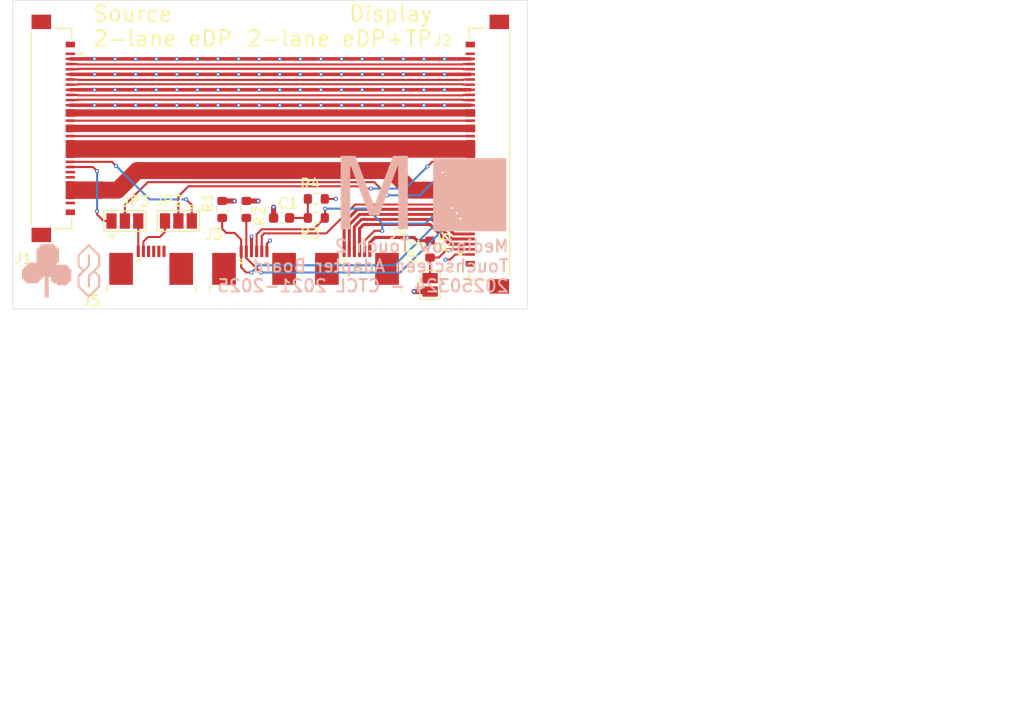
<source format=kicad_pcb>
(kicad_pcb (version 20240108) (generator "pcbnew") (generator_version "8.0")
  (layers (0 "F.Cu" signal) (1 "In1.Cu" signal) (2 "In2.Cu" signal) (31 "B.Cu" signal) (34 "B.Paste" user) (35 "F.Paste" user) (36 "B.SilkS" user "B.Silkscreen") (37 "F.SilkS" user "F.Silkscreen") (38 "B.Mask" user) (39 "F.Mask" user) (44 "Edge.Cuts" user))
  (net 0 "")
  (net 1 "TP_VSS")
  (net 2 "Net-(C1-Pad1)")
  (net 3 "GND")
  (net 4 "BL_GND")
  (net 5 "HS_GND")
  (net 6 "LCD_GND")
  (net 8 "LCD_VCC")
  (net 9 "EDP_TX1_N")
  (net 10 "BL_PWR")
  (net 11 "EDP_TX1_P")
  (net 12 "LCD_BIST")
  (net 13 "BL_PWM_MU")
  (net 14 "EDP_AUX_N")
  (net 15 "EDP_HPD")
  (net 16 "EDP_TX0_P")
  (net 17 "EDP_TX0_N")
  (net 18 "BL_EN_MU")
  (net 19 "EDP_AUX_P")
  (net 20 "BL_PWM")
  (net 21 "TP_RS")
  (net 22 "TP_I2C_SDA")
  (net 23 "TP_VCC")
  (net 24 "TP_INT")
  (net 25 "BL_EN")
  (net 26 "TP_USB_N")
  (net 27 "TP_I2C_SCL")
  (net 28 "TP_USB_P")
  (net 29 "TP_RST")
  (net 31 "BL_EN_EXT")
  (net 34 "BL_PWM_EXT")
  (footprint "Resistor_SMD:R_0603_1608Metric" (layer "F.Cu") (at 120.65 120.375 -90)
    (property "Reference" "R1" (at -0.675 1.4 90) (layer "F.SilkS"))
    (property "Value" "2.2K")
    (fp_line (start -0.237258 0.5225) (end 0.237258 0.5225) (stroke (width 0.12)) (layer "F.SilkS"))
    (fp_line (start -0.237258 -0.5225) (end 0.237258 -0.5225) (stroke (width 0.12)) (layer "F.SilkS"))
    (pad "1" smd roundrect (at -0.825 0 270) (size 0.8 0.95) (layers "F.Cu" "F.Paste" "F.Mask") (net 23 "TP_VCC"))
    (pad "2" smd roundrect (at 0.825 0 270) (size 0.8 0.95) (layers "F.Cu" "F.Paste" "F.Mask") (net 27 "TP_I2C_SCL"))
  )
  (footprint "Resistor_SMD:R_0603_1608Metric" (layer "F.Cu") (at 123 120.375 -90)
    (property "Reference" "R2" (at 0.675 -1.35 90) (layer "F.SilkS"))
    (property "Value" "2.2K")
    (fp_line (start -0.237258 0.5225) (end 0.237258 0.5225) (stroke (width 0.12)) (layer "F.SilkS"))
    (fp_line (start -0.237258 -0.5225) (end 0.237258 -0.5225) (stroke (width 0.12)) (layer "F.SilkS"))
    (pad "1" smd roundrect (at -0.825 0 270) (size 0.8 0.95) (layers "F.Cu" "F.Paste" "F.Mask") (net 23 "TP_VCC"))
    (pad "2" smd roundrect (at 0.825 0 270) (size 0.8 0.95) (layers "F.Cu" "F.Paste" "F.Mask") (net 22 "TP_I2C_SDA"))
  )
  (footprint "Resistor_SMD:R_0603_1608Metric" (layer "F.Cu") (at 129.8 121.2 180)
    (property "Reference" "R3" (at 0.6 -1.5 0) (layer "F.SilkS"))
    (property "Value" "1K")
    (fp_line (start -0.237258 0.5225) (end 0.237258 0.5225) (stroke (width 0.12)) (layer "F.SilkS"))
    (fp_line (start -0.237258 -0.5225) (end 0.237258 -0.5225) (stroke (width 0.12)) (layer "F.SilkS"))
    (pad "1" smd roundrect (at -0.825 0 180) (size 0.8 0.95) (layers "F.Cu" "F.Paste" "F.Mask") (net 29 "TP_RST"))
    (pad "2" smd roundrect (at 0.825 0 180) (size 0.8 0.95) (layers "F.Cu" "F.Paste" "F.Mask") (net 2 "Net-(C1-Pad1)"))
  )
  (footprint "Jumper:SolderJumper-3_P1.3mm_Open_Pad1.0x1.5mm" (layer "F.Cu") (at 111.2 121.5)
    (property "Reference" "JP3" (at 1.05 -1.9 0) (layer "F.SilkS"))
    (property "Value" "Jumper_3_Open" (hide yes))
    (fp_line (start -2.05 -1) (end 2.05 -1) (stroke (width 0.12)) (layer "F.SilkS"))
    (fp_line (start -2.05 1) (end -2.05 -1) (stroke (width 0.12)) (layer "F.SilkS"))
    (fp_line (start -1.6 1.5) (end -1 1.5) (stroke (width 0.12)) (layer "F.SilkS"))
    (fp_line (start -1.3 1.2) (end -1.6 1.5) (stroke (width 0.12)) (layer "F.SilkS"))
    (fp_line (start -1.3 1.2) (end -1 1.5) (stroke (width 0.12)) (layer "F.SilkS"))
    (fp_line (start 2.05 -1) (end 2.05 1) (stroke (width 0.12)) (layer "F.SilkS"))
    (fp_line (start 2.05 1) (end -2.05 1) (stroke (width 0.12)) (layer "F.SilkS"))
    (pad "1" smd rect (at -1.3 0) (size 1 1.5) (layers "F.Cu" "F.Mask") (net 13 "BL_PWM_MU"))
    (pad "2" smd rect (at 0 0) (size 1 1.5) (layers "F.Cu" "F.Mask") (net 20 "BL_PWM"))
    (pad "3" smd rect (at 1.3 0) (size 1 1.5) (layers "F.Cu" "F.Mask") (net 34 "BL_PWM_EXT"))
  )
  (footprint "MediaCow:IPEX_20455-030E-76" (layer "F.Cu") (at 103.98 112.5 -90)
    (property "Reference" "J1" (at 12.65 2.63 0) (layer "F.SilkS"))
    (property "Value" "20455-030E-76")
    (fp_line (start -9.3 1.9) (end 9.3 1.9) (stroke (width 0.127)) (layer "F.SilkS"))
    (fp_line (start -9.735 -2.05) (end -9.735 -0.37) (stroke (width 0.127)) (layer "F.SilkS"))
    (fp_line (start -9.735 -2.05) (end -8.75 -2.05) (stroke (width 0.127)) (layer "F.SilkS"))
    (fp_line (start 8.75 -2.05) (end 9.735 -2.05) (stroke (width 0.127)) (layer "F.SilkS"))
    (fp_line (start 9.735 -2.05) (end 9.735 -0.37) (stroke (width 0.127)) (layer "F.SilkS"))
    (fp_circle (center -7.25 -2.9) (end -7.15 -2.9) (stroke (width 0.2)) (fill none) (layer "F.SilkS"))
    (pad "1" smd rect (at -7.25 -1.92 270) (size 0.25 0.9) (layers "F.Cu" "F.Paste" "F.Mask"))
    (pad "2" smd rect (at -6.75 -1.92 270) (size 0.25 0.9) (layers "F.Cu" "F.Paste" "F.Mask") (net 5 "HS_GND"))
    (pad "3" smd rect (at -6.25 -1.92 270) (size 0.25 0.9) (layers "F.Cu" "F.Paste" "F.Mask") (net 9 "EDP_TX1_N"))
    (pad "4" smd rect (at -5.75 -1.92 270) (size 0.25 0.9) (layers "F.Cu" "F.Paste" "F.Mask") (net 11 "EDP_TX1_P"))
    (pad "5" smd rect (at -5.25 -1.92 270) (size 0.25 0.9) (layers "F.Cu" "F.Paste" "F.Mask") (net 5 "HS_GND"))
    (pad "6" smd rect (at -4.75 -1.92 270) (size 0.25 0.9) (layers "F.Cu" "F.Paste" "F.Mask") (net 17 "EDP_TX0_N"))
    (pad "7" smd rect (at -4.25 -1.92 270) (size 0.25 0.9) (layers "F.Cu" "F.Paste" "F.Mask") (net 16 "EDP_TX0_P"))
    (pad "8" smd rect (at -3.75 -1.92 270) (size 0.25 0.9) (layers "F.Cu" "F.Paste" "F.Mask") (net 5 "HS_GND"))
    (pad "9" smd rect (at -3.25 -1.92 270) (size 0.25 0.9) (layers "F.Cu" "F.Paste" "F.Mask") (net 19 "EDP_AUX_P"))
    (pad "10" smd rect (at -2.75 -1.92 270) (size 0.25 0.9) (layers "F.Cu" "F.Paste" "F.Mask") (net 14 "EDP_AUX_N"))
    (pad "11" smd rect (at -2.25 -1.92 270) (size 0.25 0.9) (layers "F.Cu" "F.Paste" "F.Mask") (net 5 "HS_GND"))
    (pad "12" smd rect (at -1.75 -1.92 270) (size 0.25 0.9) (layers "F.Cu" "F.Paste" "F.Mask") (net 8 "LCD_VCC"))
    (pad "13" smd rect (at -1.25 -1.92 270) (size 0.25 0.9) (layers "F.Cu" "F.Paste" "F.Mask") (net 8 "LCD_VCC"))
    (pad "14" smd rect (at -0.75 -1.92 270) (size 0.25 0.9) (layers "F.Cu" "F.Paste" "F.Mask") (net 12 "LCD_BIST"))
    (pad "15" smd rect (at -0.25 -1.92 270) (size 0.25 0.9) (layers "F.Cu" "F.Paste" "F.Mask") (net 6 "LCD_GND"))
    (pad "16" smd rect (at 0.25 -1.92 270) (size 0.25 0.9) (layers "F.Cu" "F.Paste" "F.Mask") (net 6 "LCD_GND"))
    (pad "17" smd rect (at 0.75 -1.92 270) (size 0.25 0.9) (layers "F.Cu" "F.Paste" "F.Mask") (net 15 "EDP_HPD"))
    (pad "18" smd rect (at 1.25 -1.92 270) (size 0.25 0.9) (layers "F.Cu" "F.Paste" "F.Mask") (net 4 "BL_GND"))
    (pad "19" smd rect (at 1.75 -1.92 270) (size 0.25 0.9) (layers "F.Cu" "F.Paste" "F.Mask") (net 4 "BL_GND"))
    (pad "20" smd rect (at 2.25 -1.92 270) (size 0.25 0.9) (layers "F.Cu" "F.Paste" "F.Mask") (net 4 "BL_GND"))
    (pad "21" smd rect (at 2.75 -1.92 270) (size 0.25 0.9) (layers "F.Cu" "F.Paste" "F.Mask") (net 4 "BL_GND"))
    (pad "22" smd rect (at 3.25 -1.92 270) (size 0.25 0.9) (layers "F.Cu" "F.Paste" "F.Mask") (net 18 "BL_EN_MU"))
    (pad "23" smd rect (at 3.75 -1.92 270) (size 0.25 0.9) (layers "F.Cu" "F.Paste" "F.Mask") (net 13 "BL_PWM_MU"))
    (pad "24" smd rect (at 4.25 -1.92 270) (size 0.25 0.9) (layers "F.Cu" "F.Paste" "F.Mask"))
    (pad "25" smd rect (at 4.75 -1.92 270) (size 0.25 0.9) (layers "F.Cu" "F.Paste" "F.Mask"))
    (pad "26" smd rect (at 5.25 -1.92 270) (size 0.25 0.9) (layers "F.Cu" "F.Paste" "F.Mask") (net 10 "BL_PWR"))
    (pad "27" smd rect (at 5.75 -1.92 270) (size 0.25 0.9) (layers "F.Cu" "F.Paste" "F.Mask") (net 10 "BL_PWR"))
    (pad "28" smd rect (at 6.25 -1.92 270) (size 0.25 0.9) (layers "F.Cu" "F.Paste" "F.Mask") (net 10 "BL_PWR"))
    (pad "29" smd rect (at 6.75 -1.92 270) (size 0.25 0.9) (layers "F.Cu" "F.Paste" "F.Mask") (net 10 "BL_PWR"))
    (pad "30" smd rect (at 7.25 -1.92 270) (size 0.25 0.9) (layers "F.Cu" "F.Paste" "F.Mask"))
    (pad "S1" smd rect (at -8.15 -1.92 270) (size 0.55 0.9) (layers "F.Cu" "F.Paste" "F.Mask") (net 3 "GND"))
    (pad "S2" smd rect (at -10.35 0.9 270) (size 1.4 1.9) (layers "F.Cu" "F.Paste" "F.Mask") (net 3 "GND"))
    (pad "S3" smd rect (at 8.15 -1.92 270) (size 0.55 0.9) (layers "F.Cu" "F.Paste" "F.Mask") (net 3 "GND"))
    (pad "S4" smd rect (at 10.35 0.9 270) (size 1.4 1.9) (layers "F.Cu" "F.Paste" "F.Mask") (net 3 "GND"))
  )
  (footprint "Jumper:SolderJumper-2_P1.3mm_Open_Pad1.0x1.5mm" (layer "F.Cu") (at 140.85 127.7 -90)
    (property "Reference" "JP1" (at -3.15 1.6 90) (layer "F.SilkS"))
    (property "Value" "Jumper_2_Open")
    (fp_line (start -1.4 1) (end -1.4 -1) (stroke (width 0.12)) (layer "F.SilkS"))
    (fp_line (start 1.4 1) (end -1.4 1) (stroke (width 0.12)) (layer "F.SilkS"))
    (fp_line (start -1.4 -1) (end 1.4 -1) (stroke (width 0.12)) (layer "F.SilkS"))
    (fp_line (start 1.4 -1) (end 1.4 1) (stroke (width 0.12)) (layer "F.SilkS"))
    (pad "1" smd rect (at -0.65 0 270) (size 1 1.5) (layers "F.Cu" "F.Mask") (net 21 "TP_RS"))
    (pad "2" smd rect (at 0.65 0 270) (size 1 1.5) (layers "F.Cu" "F.Mask") (net 1 "TP_VSS"))
  )
  (footprint "MediaCow:IPEX_20455-040E-76" (layer "F.Cu") (at 146.68 115 90)
    (property "Reference" "J2" (at 11.05 -4.58 0) (layer "F.SilkS"))
    (property "Value" "20455-040E-76" (hide yes))
    (fp_line (start 12.235 -2.05) (end 12.235 -0.37) (stroke (width 0.127)) (layer "F.SilkS"))
    (fp_line (start 11.25 -2.05) (end 12.235 -2.05) (stroke (width 0.127)) (layer "F.SilkS"))
    (fp_line (start -12.235 -2.05) (end -11.25 -2.05) (stroke (width 0.127)) (layer "F.SilkS"))
    (fp_line (start -12.235 -2.05) (end -12.235 -0.37) (stroke (width 0.127)) (layer "F.SilkS"))
    (fp_line (start -11.8 1.9) (end 11.8 1.9) (stroke (width 0.127)) (layer "F.SilkS"))
    (fp_circle (center -9.75 -2.9) (end -9.65 -2.9) (stroke (width 0.2)) (fill none) (layer "F.SilkS"))
    (pad "1" smd rect (at -9.75 -1.92 90) (size 0.25 0.9) (layers "F.Cu" "F.Paste" "F.Mask") (net 23 "TP_VCC"))
    (pad "2" smd rect (at -9.25 -1.92 90) (size 0.25 0.9) (layers "F.Cu" "F.Paste" "F.Mask") (net 21 "TP_RS"))
    (pad "3" smd rect (at -8.75 -1.92 90) (size 0.25 0.9) (layers "F.Cu" "F.Paste" "F.Mask") (net 1 "TP_VSS"))
    (pad "4" smd rect (at -8.25 -1.92 90) (size 0.25 0.9) (layers "F.Cu" "F.Paste" "F.Mask") (net 26 "TP_USB_N"))
    (pad "5" smd rect (at -7.75 -1.92 90) (size 0.25 0.9) (layers "F.Cu" "F.Paste" "F.Mask") (net 28 "TP_USB_P"))
    (pad "6" smd rect (at -7.25 -1.92 90) (size 0.25 0.9) (layers "F.Cu" "F.Paste" "F.Mask") (net 1 "TP_VSS"))
    (pad "7" smd rect (at -6.75 -1.92 90) (size 0.25 0.9) (layers "F.Cu" "F.Paste" "F.Mask") (net 24 "TP_INT"))
    (pad "8" smd rect (at -6.25 -1.92 90) (size 0.25 0.9) (layers "F.Cu" "F.Paste" "F.Mask") (net 22 "TP_I2C_SDA"))
    (pad "9" smd rect (at -5.75 -1.92 90) (size 0.25 0.9) (layers "F.Cu" "F.Paste" "F.Mask") (net 27 "TP_I2C_SCL"))
    (pad "10" smd rect (at -5.25 -1.92 90) (size 0.25 0.9) (layers "F.Cu" "F.Paste" "F.Mask") (net 29 "TP_RST"))
    (pad "11" smd rect (at -4.75 -1.92 90) (size 0.25 0.9) (layers "F.Cu" "F.Paste" "F.Mask"))
    (pad "12" smd rect (at -4.25 -1.92 90) (size 0.25 0.9) (layers "F.Cu" "F.Paste" "F.Mask") (net 10 "BL_PWR"))
    (pad "13" smd rect (at -3.75 -1.92 90) (size 0.25 0.9) (layers "F.Cu" "F.Paste" "F.Mask") (net 10 "BL_PWR"))
    (pad "14" smd rect (at -3.25 -1.92 90) (size 0.25 0.9) (layers "F.Cu" "F.Paste" "F.Mask") (net 10 "BL_PWR"))
    (pad "15" smd rect (at -2.75 -1.92 90) (size 0.25 0.9) (layers "F.Cu" "F.Paste" "F.Mask") (net 10 "BL_PWR"))
    (pad "16" smd rect (at -2.25 -1.92 90) (size 0.25 0.9) (layers "F.Cu" "F.Paste" "F.Mask"))
    (pad "17" smd rect (at -1.75 -1.92 90) (size 0.25 0.9) (layers "F.Cu" "F.Paste" "F.Mask"))
    (pad "18" smd rect (at -1.25 -1.92 90) (size 0.25 0.9) (layers "F.Cu" "F.Paste" "F.Mask") (net 20 "BL_PWM"))
    (pad "19" smd rect (at -0.75 -1.92 90) (size 0.25 0.9) (layers "F.Cu" "F.Paste" "F.Mask") (net 25 "BL_EN"))
    (pad "20" smd rect (at -0.25 -1.92 90) (size 0.25 0.9) (layers "F.Cu" "F.Paste" "F.Mask") (net 4 "BL_GND"))
    (pad "21" smd rect (at 0.25 -1.92 90) (size 0.25 0.9) (layers "F.Cu" "F.Paste" "F.Mask") (net 4 "BL_GND"))
    (pad "22" smd rect (at 0.75 -1.92 90) (size 0.25 0.9) (layers "F.Cu" "F.Paste" "F.Mask") (net 4 "BL_GND"))
    (pad "23" smd rect (at 1.25 -1.92 90) (size 0.25 0.9) (layers "F.Cu" "F.Paste" "F.Mask") (net 4 "BL_GND"))
    (pad "24" smd rect (at 1.75 -1.92 90) (size 0.25 0.9) (layers "F.Cu" "F.Paste" "F.Mask") (net 15 "EDP_HPD"))
    (pad "25" smd rect (at 2.25 -1.92 90) (size 0.25 0.9) (layers "F.Cu" "F.Paste" "F.Mask") (net 6 "LCD_GND"))
    (pad "26" smd rect (at 2.75 -1.92 90) (size 0.25 0.9) (layers "F.Cu" "F.Paste" "F.Mask") (net 6 "LCD_GND"))
    (pad "27" smd rect (at 3.25 -1.92 90) (size 0.25 0.9) (layers "F.Cu" "F.Paste" "F.Mask") (net 12 "LCD_BIST"))
    (pad "28" smd rect (at 3.75 -1.92 90) (size 0.25 0.9) (layers "F.Cu" "F.Paste" "F.Mask") (net 8 "LCD_VCC"))
    (pad "29" smd rect (at 4.25 -1.92 90) (size 0.25 0.9) (layers "F.Cu" "F.Paste" "F.Mask") (net 8 "LCD_VCC"))
    (pad "30" smd rect (at 4.75 -1.92 90) (size 0.25 0.9) (layers "F.Cu" "F.Paste" "F.Mask") (net 5 "HS_GND"))
    (pad "31" smd rect (at 5.25 -1.92 90) (size 0.25 0.9) (layers "F.Cu" "F.Paste" "F.Mask") (net 14 "EDP_AUX_N"))
    (pad "32" smd rect (at 5.75 -1.92 90) (size 0.25 0.9) (layers "F.Cu" "F.Paste" "F.Mask") (net 19 "EDP_AUX_P"))
    (pad "33" smd rect (at 6.25 -1.92 90) (size 0.25 0.9) (layers "F.Cu" "F.Paste" "F.Mask") (net 5 "HS_GND"))
    (pad "34" smd rect (at 6.75 -1.92 90) (size 0.25 0.9) (layers "F.Cu" "F.Paste" "F.Mask") (net 16 "EDP_TX0_P"))
    (pad "35" smd rect (at 7.25 -1.92 90) (size 0.25 0.9) (layers "F.Cu" "F.Paste" "F.Mask") (net 17 "EDP_TX0_N"))
    (pad "36" smd rect (at 7.75 -1.92 90) (size 0.25 0.9) (layers "F.Cu" "F.Paste" "F.Mask") (net 5 "HS_GND"))
    (pad "37" smd rect (at 8.25 -1.92 90) (size 0.25 0.9) (layers "F.Cu" "F.Paste" "F.Mask") (net 11 "EDP_TX1_P"))
    (pad "38" smd rect (at 8.75 -1.92 90) (size 0.25 0.9) (layers "F.Cu" "F.Paste" "F.Mask") (net 9 "EDP_TX1_N"))
    (pad "39" smd rect (at 9.25 -1.92 90) (size 0.25 0.9) (layers "F.Cu" "F.Paste" "F.Mask") (net 5 "HS_GND"))
    (pad "40" smd rect (at 9.75 -1.92 90) (size 0.25 0.9) (layers "F.Cu" "F.Paste" "F.Mask"))
    (pad "S1" smd rect (at -10.65 -1.92 90) (size 0.55 0.9) (layers "F.Cu" "F.Paste" "F.Mask") (net 3 "GND"))
    (pad "S2" smd rect (at -12.85 0.9 90) (size 1.4 1.9) (layers "F.Cu" "F.Paste" "F.Mask") (net 3 "GND"))
    (pad "S3" smd rect (at 10.65 -1.92 90) (size 0.55 0.9) (layers "F.Cu" "F.Paste" "F.Mask") (net 3 "GND"))
    (pad "S4" smd rect (at 12.85 0.9 90) (size 1.4 1.9) (layers "F.Cu" "F.Paste" "F.Mask") (net 3 "GND"))
  )
  (footprint "Capacitor_SMD:C_0603_1608Metric" (layer "F.Cu") (at 126.425 121.2 180)
    (property "Reference" "C1" (at -0.625 1.45 0) (layer "F.SilkS"))
    (property "Value" "4.7uF")
    (fp_line (start -0.14058 0.51) (end 0.14058 0.51) (stroke (width 0.12)) (layer "F.SilkS"))
    (fp_line (start -0.14058 -0.51) (end 0.14058 -0.51) (stroke (width 0.12)) (layer "F.SilkS"))
    (pad "1" smd roundrect (at -0.775 0 180) (size 0.9 0.95) (layers "F.Cu" "F.Paste" "F.Mask") (net 2 "Net-(C1-Pad1)"))
    (pad "2" smd roundrect (at 0.775 0 180) (size 0.9 0.95) (layers "F.Cu" "F.Paste" "F.Mask") (net 1 "TP_VSS"))
  )
  (footprint "Resistor_SMD:R_0603_1608Metric" (layer "F.Cu") (at 129.8 119.35 180)
    (property "Reference" "R4" (at 0.6 1.45 0) (layer "F.SilkS"))
    (property "Value" "10K")
    (fp_line (start -0.237258 0.5225) (end 0.237258 0.5225) (stroke (width 0.12)) (layer "F.SilkS"))
    (fp_line (start -0.237258 -0.5225) (end 0.237258 -0.5225) (stroke (width 0.12)) (layer "F.SilkS"))
    (pad "1" smd roundrect (at -0.825 0 180) (size 0.8 0.95) (layers "F.Cu" "F.Paste" "F.Mask") (net 23 "TP_VCC"))
    (pad "2" smd roundrect (at 0.825 0 180) (size 0.8 0.95) (layers "F.Cu" "F.Paste" "F.Mask") (net 2 "Net-(C1-Pad1)"))
  )
  (footprint "Resistor_SMD:R_0603_1608Metric" (layer "F.Cu") (at 140.85 124.225 -90)
    (property "Reference" "R5" (at -0.675 -1.45 90) (layer "F.SilkS"))
    (property "Value" "10K")
    (fp_line (start -0.237258 0.5225) (end 0.237258 0.5225) (stroke (width 0.12)) (layer "F.SilkS"))
    (fp_line (start -0.237258 -0.5225) (end 0.237258 -0.5225) (stroke (width 0.12)) (layer "F.SilkS"))
    (pad "1" smd roundrect (at -0.825 0 270) (size 0.8 0.95) (layers "F.Cu" "F.Paste" "F.Mask") (net 23 "TP_VCC"))
    (pad "2" smd roundrect (at 0.825 0 270) (size 0.8 0.95) (layers "F.Cu" "F.Paste" "F.Mask") (net 21 "TP_RS"))
  )
  (footprint "Connector_FFC-FPC:TE_0-1734839-6_1x06-1MP_P0.5mm_Horizontal" (layer "F.Cu") (at 133.75 125.8)
    (property "Reference" "J4" (at 4 -3.1 0) (layer "F.SilkS"))
    (property "Value" "Touch Data - USB")
    (fp_line (start -4.325 2.04) (end -4.325 2.64) (stroke (width 0.12)) (layer "F.SilkS"))
    (fp_line (start -4.215 2.04) (end -4.325 2.04) (stroke (width 0.12)) (layer "F.SilkS"))
    (fp_line (start -1.45 -0.55) (end -1.25 -0.15) (stroke (width 0.12)) (layer "F.SilkS"))
    (fp_line (start -1.25 -0.15) (end -1.05 -0.55) (stroke (width 0.12)) (layer "F.SilkS"))
    (fp_line (start -1.05 -0.55) (end -1.45 -0.55) (stroke (width 0.12)) (layer "F.SilkS"))
    (fp_line (start 4.215 2.04) (end 4.325 2.04) (stroke (width 0.12)) (layer "F.SilkS"))
    (fp_line (start 4.325 2.04) (end 4.325 2.64) (stroke (width 0.12)) (layer "F.SilkS"))
    (pad "1" smd rect (at -1.25 -1.35) (size 0.3 1.1) (layers "F.Cu" "F.Paste" "F.Mask") (net 1 "TP_VSS"))
    (pad "2" smd rect (at -0.75 -1.35) (size 0.3 1.1) (layers "F.Cu" "F.Paste" "F.Mask") (net 28 "TP_USB_P"))
    (pad "3" smd rect (at -0.25 -1.35) (size 0.3 1.1) (layers "F.Cu" "F.Paste" "F.Mask") (net 26 "TP_USB_N"))
    (pad "4" smd rect (at 0.25 -1.35) (size 0.3 1.1) (layers "F.Cu" "F.Paste" "F.Mask") (net 1 "TP_VSS"))
    (pad "5" smd rect (at 0.75 -1.35) (size 0.3 1.1) (layers "F.Cu" "F.Paste" "F.Mask") (net 29 "TP_RST"))
    (pad "6" smd rect (at 1.25 -1.35) (size 0.3 1.1) (layers "F.Cu" "F.Paste" "F.Mask") (net 23 "TP_VCC"))
    (pad "MP" smd rect (at -2.92 0.35) (size 2.3 3.1) (layers "F.Cu" "F.Paste" "F.Mask"))
    (pad "MP" smd rect (at 2.92 0.35) (size 2.3 3.1) (layers "F.Cu" "F.Paste" "F.Mask"))
  )
  (footprint "Connector_FFC-FPC:TE_0-1734839-6_1x06-1MP_P0.5mm_Horizontal" (layer "F.Cu") (at 123.75 125.8)
    (property "Reference" "J3" (at -3.9 -3 0) (layer "F.SilkS"))
    (property "Value" "Touch Data - I2C")
    (fp_line (start -4.325 2.04) (end -4.325 2.64) (stroke (width 0.12)) (layer "F.SilkS"))
    (fp_line (start -4.215 2.04) (end -4.325 2.04) (stroke (width 0.12)) (layer "F.SilkS"))
    (fp_line (start -1.45 -0.55) (end -1.25 -0.15) (stroke (width 0.12)) (layer "F.SilkS"))
    (fp_line (start -1.25 -0.15) (end -1.05 -0.55) (stroke (width 0.12)) (layer "F.SilkS"))
    (fp_line (start -1.05 -0.55) (end -1.45 -0.55) (stroke (width 0.12)) (layer "F.SilkS"))
    (fp_line (start 4.215 2.04) (end 4.325 2.04) (stroke (width 0.12)) (layer "F.SilkS"))
    (fp_line (start 4.325 2.04) (end 4.325 2.64) (stroke (width 0.12)) (layer "F.SilkS"))
    (pad "1" smd rect (at -1.25 -1.35) (size 0.3 1.1) (layers "F.Cu" "F.Paste" "F.Mask") (net 27 "TP_I2C_SCL"))
    (pad "2" smd rect (at -0.75 -1.35) (size 0.3 1.1) (layers "F.Cu" "F.Paste" "F.Mask") (net 22 "TP_I2C_SDA"))
    (pad "3" smd rect (at -0.25 -1.35) (size 0.3 1.1) (layers "F.Cu" "F.Paste" "F.Mask") (net 1 "TP_VSS"))
    (pad "4" smd rect (at 0.25 -1.35) (size 0.3 1.1) (layers "F.Cu" "F.Paste" "F.Mask") (net 29 "TP_RST"))
    (pad "5" smd rect (at 0.75 -1.35) (size 0.3 1.1) (layers "F.Cu" "F.Paste" "F.Mask") (net 24 "TP_INT"))
    (pad "6" smd rect (at 1.25 -1.35) (size 0.3 1.1) (layers "F.Cu" "F.Paste" "F.Mask") (net 23 "TP_VCC"))
    (pad "MP" smd rect (at -2.92 0.35) (size 2.3 3.1) (layers "F.Cu" "F.Paste" "F.Mask"))
    (pad "MP" smd rect (at 2.92 0.35) (size 2.3 3.1) (layers "F.Cu" "F.Paste" "F.Mask"))
  )
  (footprint "Jumper:SolderJumper-3_P1.3mm_Open_Pad1.0x1.5mm" (layer "F.Cu") (at 116.4 121.4925 180)
    (property "Reference" "JP2" (at 0.9 1.9425 0) (layer "F.SilkS"))
    (property "Value" "Jumper_3_Open" (hide yes))
    (fp_line (start 2.05 1) (end -2.05 1) (stroke (width 0.12)) (layer "F.SilkS"))
    (fp_line (start 2.05 -1) (end 2.05 1) (stroke (width 0.12)) (layer "F.SilkS"))
    (fp_line (start -1.3 1.2) (end -1 1.5) (stroke (width 0.12)) (layer "F.SilkS"))
    (fp_line (start -1.3 1.2) (end -1.6 1.5) (stroke (width 0.12)) (layer "F.SilkS"))
    (fp_line (start -1.6 1.5) (end -1 1.5) (stroke (width 0.12)) (layer "F.SilkS"))
    (fp_line (start -2.05 1) (end -2.05 -1) (stroke (width 0.12)) (layer "F.SilkS"))
    (fp_line (start -2.05 -1) (end 2.05 -1) (stroke (width 0.12)) (layer "F.SilkS"))
    (pad "1" smd rect (at -1.3 0 180) (size 1 1.5) (layers "F.Cu" "F.Mask") (net 18 "BL_EN_MU"))
    (pad "2" smd rect (at 0 0 180) (size 1 1.5) (layers "F.Cu" "F.Mask") (net 25 "BL_EN"))
    (pad "3" smd rect (at 1.3 0 180) (size 1 1.5) (layers "F.Cu" "F.Mask") (net 31 "BL_EN_EXT"))
  )
  (footprint "Connector_FFC-FPC:TE_0-1734839-6_1x06-1MP_P0.5mm_Horizontal" (layer "F.Cu") (at 113.75 125.8)
    (property "Reference" "J5" (at -5.8 3.45 0) (layer "F.SilkS"))
    (property "Value" "External Backlight Control")
    (fp_line (start -4.325 2.04) (end -4.325 2.64) (stroke (width 0.12)) (layer "F.SilkS"))
    (fp_line (start -4.215 2.04) (end -4.325 2.04) (stroke (width 0.12)) (layer "F.SilkS"))
    (fp_line (start -1.45 -0.55) (end -1.25 -0.15) (stroke (width 0.12)) (layer "F.SilkS"))
    (fp_line (start -1.25 -0.15) (end -1.05 -0.55) (stroke (width 0.12)) (layer "F.SilkS"))
    (fp_line (start -1.05 -0.55) (end -1.45 -0.55) (stroke (width 0.12)) (layer "F.SilkS"))
    (fp_line (start 4.215 2.04) (end 4.325 2.04) (stroke (width 0.12)) (layer "F.SilkS"))
    (fp_line (start 4.325 2.04) (end 4.325 2.64) (stroke (width 0.12)) (layer "F.SilkS"))
    (pad "1" smd rect (at -1.25 -1.35) (size 0.3 1.1) (layers "F.Cu" "F.Paste" "F.Mask") (net 34 "BL_PWM_EXT"))
    (pad "2" smd rect (at -0.75 -1.35) (size 0.3 1.1) (layers "F.Cu" "F.Paste" "F.Mask") (net 31 "BL_EN_EXT"))
    (pad "3" smd rect (at -0.25 -1.35) (size 0.3 1.1) (layers "F.Cu" "F.Paste" "F.Mask"))
    (pad "4" smd rect (at 0.25 -1.35) (size 0.3 1.1) (layers "F.Cu" "F.Paste" "F.Mask"))
    (pad "5" smd rect (at 0.75 -1.35) (size 0.3 1.1) (layers "F.Cu" "F.Paste" "F.Mask"))
    (pad "6" smd rect (at 1.25 -1.35) (size 0.3 1.1) (layers "F.Cu" "F.Paste" "F.Mask"))
    (pad "MP" smd rect (at -2.92 0.35) (size 2.3 3.1) (layers "F.Cu" "F.Paste" "F.Mask"))
    (pad "MP" smd rect (at 2.92 0.35) (size 2.3 3.1) (layers "F.Cu" "F.Paste" "F.Mask"))
  )
  (gr_rect (start 105.55 112.25) (end 145.15 112.75) (stroke (width 0.2)) (fill solid) (layer "F.Cu") (net 6))
  (gr_rect (start 141.6873 117.75) (end 145.1127 119.25) (stroke (width 0.2)) (fill solid) (layer "F.Cu") (net 10))
  (gr_rect (start 105.55 113.75) (end 145.15 115.25) (stroke (width 0.2)) (fill solid) (layer "F.Cu") (net 4))
  (gr_rect (start 105.55 110.75) (end 145.15 111.25) (stroke (width 0.2)) (fill solid) (layer "F.Cu") (net 8))
  (gr_rect (start 105.55 117.75) (end 108.9754 119.25) (stroke (width 0.2)) (fill solid) (layer "F.Cu") (net 10))
  (gr_line (start 107.7 125.85) (end 107.7 124.85) (stroke (width 0.2)) (layer "B.SilkS"))
  (gr_line (start 107.7 127.85) (end 107.7 126.85) (stroke (width 0.2)) (layer "B.SilkS"))
  (gr_line (start 106.7 125.85) (end 107.2 126.35) (stroke (width 0.2)) (layer "B.SilkS"))
  (gr_poly (pts (xy 103.7 128.85) (xy 103.7 126.65) (xy 103.9 126.65) (xy 103.9 126.85) (xy 104.1 126.85) (xy 104.1 127.25) (xy 104.3 127.25) (xy 104.3 127.45) (xy 104.7 127.45) (xy 104.7 127.65) (xy 105.5 127.65) (xy 105.5 127.45) (xy 105.7 127.45) (xy 105.7 127.25) (xy 105.9 127.25) (xy 105.9 126.25) (xy 105.7 126.25) (xy 105.7 126.05) (xy 105.5 126.05) (xy 105.5 125.85) (xy 104.3 125.85) (xy 104.3 126.05) (xy 104.1 126.05) (xy 104.1 126.25) (xy 103.9 126.25) (xy 103.9 126.05) (xy 104.1 126.05) (xy 104.1 125.85) (xy 104.3 125.85) (xy 104.3 125.65) (xy 104.5 125.65) (xy 104.5 125.45) (xy 104.7 125.45) (xy 104.7 124.25) (xy 104.5 124.25) (xy 104.5 124.05) (xy 104.3 124.05) (xy 104.3 123.85) (xy 103.1 123.85) (xy 103.1 124.05) (xy 102.9 124.05) (xy 102.9 124.25) (xy 102.7 124.25) (xy 102.7 125.45) (xy 102.9 125.45) (xy 102.9 125.65) (xy 103.1 125.65) (xy 103.1 125.85) (xy 103.3 125.85) (xy 103.3 126.05) (xy 103.5 126.05) (xy 103.5 126.25) (xy 103.3 126.25) (xy 103.3 126.05) (xy 103.1 126.05) (xy 103.1 125.85) (xy 102.9 125.85) (xy 102.9 125.65) (xy 101.9 125.65) (xy 101.9 125.85) (xy 101.7 125.85) (xy 101.7 126.05) (xy 101.5 126.05) (xy 101.5 126.25) (xy 101.3 126.25) (xy 101.3 127.05) (xy 101.5 127.05) (xy 101.5 127.25) (xy 101.7 127.25) (xy 101.7 127.45) (xy 102.7 127.45) (xy 102.7 127.25) (xy 102.9 127.25) (xy 102.9 127.05) (xy 103.1 127.05) (xy 103.1 126.85) (xy 103.3 126.85) (xy 103.3 126.65) (xy 103.5 126.65) (xy 103.5 128.85)) (stroke (width 0.2)) (fill solid) (layer "B.SilkS"))
  (gr_line (start 108.7 125.85) (end 107.7 126.85) (stroke (width 0.2)) (layer "B.SilkS"))
  (gr_line (start 107.7 128.85) (end 106.7 127.85) (stroke (width 0.2)) (layer "B.SilkS"))
  (gr_line (start 108.7 127.85) (end 107.7 128.85) (stroke (width 0.2)) (layer "B.SilkS"))
  (gr_line (start 107.7 123.85) (end 106.7 124.85) (stroke (width 0.2)) (layer "B.SilkS"))
  (gr_line (start 107.7 125.85) (end 106.7 126.85) (stroke (width 0.2)) (layer "B.SilkS"))
  (gr_line (start 108.7 124.85) (end 107.7 123.85) (stroke (width 0.2)) (layer "B.SilkS"))
  (gr_line (start 108.7 127.85) (end 108.7 126.85) (stroke (width 0.2)) (layer "B.SilkS"))
  (gr_line (start 106.7 127.85) (end 106.7 126.85) (stroke (width 0.2)) (layer "B.SilkS"))
  (gr_line (start 108.7 125.85) (end 108.7 124.85) (stroke (width 0.2)) (layer "B.SilkS"))
  (gr_rect (start 141.2 115.45) (end 148.2 122.45) (stroke (width 0.1)) (fill solid) (layer "B.SilkS"))
  (gr_line (start 108.7 126.85) (end 108.2 126.35) (stroke (width 0.2)) (layer "B.SilkS"))
  (gr_line (start 106.7 124.85) (end 106.7 125.85) (stroke (width 0.2)) (layer "B.SilkS"))
  (gr_rect (start 100.3 100.05) (end 150.3 130.05) (stroke (width 0.05)) (fill none) (layer "Edge.Cuts"))
  (gr_text "M" (at 131.2 123.5 0) (layer "B.SilkS") (effects (font (size 7 7) (thickness 0.1)) (justify right bottom mirror)))
  (gr_text "MediaCow Touch 2\nTouchscreen Adapter Board\n20250324 - CTCL 2021-2025" (at 148.6 128.5 0) (layer "B.SilkS") (effects (font (size 1.2 1.2) (thickness 0.2) (bold yes)) (justify left bottom mirror)))
  (gr_text "Source\n2-lane eDP" (at 108 104.65 0) (layer "F.SilkS") (effects (font (size 1.5 1.5) (thickness 0.2)) (justify left bottom)))
  (gr_text "Display\n2-lane eDP+TP" (at 141.2 104.65 0) (layer "F.SilkS") (effects (font (size 1.5 1.5) (thickness 0.2)) (justify right bottom)))
  (segment (start 134.405526 121.8376) (end 140.844474 121.8376) (width 0.3) (layer "F.Cu") (net 1))
  (segment (start 134 122.243126) (end 134.405526 121.8376) (width 0.3) (layer "F.Cu") (net 1))
  (segment (start 134 123.25) (end 134 124.45) (width 0.3) (layer "F.Cu") (net 1))
  (segment (start 133.7876 120.3624) (end 141.4624 120.3624) (width 0.3) (layer "F.Cu") (net 1))
  (segment (start 141.4624 120.3624) (end 143.35 122.25) (width 0.3) (layer "F.Cu") (net 1))
  (segment (start 140.85 128.35) (end 139.3 128.35) (width 0.5) (layer "F.Cu") (net 1))
  (segment (start 125.65 120.15) (end 125.65 121.2) (width 0.5) (layer "F.Cu") (net 1))
  (segment (start 132.5 121.65) (end 133.7876 120.3624) (width 0.3) (layer "F.Cu") (net 1))
  (segment (start 134 123.25) (end 134 122.243126) (width 0.3) (layer "F.Cu") (net 1))
  (segment (start 132.5 124.45) (end 132.5 121.65) (width 0.3) (layer "F.Cu") (net 1))
  (segment (start 142.756874 123.75) (end 144.76 123.75) (width 0.3) (layer "F.Cu") (net 1))
  (segment (start 143.35 122.25) (end 144.76 122.25) (width 0.3) (layer "F.Cu") (net 1))
  (segment (start 140.844474 121.8376) (end 142.756874 123.75) (width 0.3) (layer "F.Cu") (net 1))
  (segment (start 123.5 124.45) (end 123.5 123) (width 0.3) (layer "F.Cu") (net 1))
  (segment (start 134 123.1) (end 134 123.25) (width 0.3) (layer "F.Cu") (net 1))
  (via (at 123.5 123) (size 0.4) (drill 0.2) (layers "F.Cu" "B.Cu") (net 1))
  (via (at 125.65 120.15) (size 0.4) (drill 0.2) (layers "F.Cu" "B.Cu") (net 1))
  (via (at 139.3 128.35) (size 0.4) (drill 0.2) (layers "F.Cu" "B.Cu") (net 1))
  (segment (start 128.975 119.35) (end 128.975 121.2) (width 0.2) (layer "F.Cu") (net 2))
  (segment (start 128.975 121.2) (end 127.2 121.2) (width 0.2) (layer "F.Cu") (net 2))
  (segment (start 105.9 110.25) (end 144.76 110.25) (width 0.35) (layer "F.Cu") (net 5))
  (segment (start 105.9 107.25) (end 144.76 107.25) (width 0.35) (layer "F.Cu") (net 5))
  (segment (start 144.76 108.75) (end 105.9 108.75) (width 0.35) (layer "F.Cu") (net 5))
  (segment (start 144.76 105.75) (end 105.9 105.75) (width 0.35) (layer "F.Cu") (net 5))
  (via (at 138.25 107.25) (size 0.4) (drill 0.2) (layers "F.Cu" "B.Cu") (net 5))
  (via (at 140.25 108.75) (size 0.4) (drill 0.2) (layers "F.Cu" "B.Cu") (net 5))
  (via (at 120.25 105.75) (size 0.4) (drill 0.2) (layers "F.Cu" "B.Cu") (net 5))
  (via (at 126.25 110.25) (size 0.4) (drill 0.2) (layers "F.Cu" "B.Cu") (net 5))
  (via (at 134.25 110.25) (size 0.4) (drill 0.2) (layers "F.Cu" "B.Cu") (net 5))
  (via (at 116.25 107.25) (size 0.4) (drill 0.2) (layers "F.Cu" "B.Cu") (net 5))
  (via (at 138.25 105.75) (size 0.4) (drill 0.2) (layers "F.Cu" "B.Cu") (net 5))
  (via (at 128.25 105.75) (size 0.4) (drill 0.2) (layers "F.Cu" "B.Cu") (net 5))
  (via (at 124.25 110.25) (size 0.4) (drill 0.2) (layers "F.Cu" "B.Cu") (net 5))
  (via (at 126.25 105.75) (size 0.4) (drill 0.2) (layers "F.Cu" "B.Cu") (net 5))
  (via (at 114.25 105.75) (size 0.4) (drill 0.2) (layers "F.Cu" "B.Cu") (net 5))
  (via (at 140.25 105.75) (size 0.4) (drill 0.2) (layers "F.Cu" "B.Cu") (net 5))
  (via (at 128.25 107.25) (size 0.4) (drill 0.2) (layers "F.Cu" "B.Cu") (net 5))
  (via (at 136.25 105.75) (size 0.4) (drill 0.2) (layers "F.Cu" "B.Cu") (net 5))
  (via (at 142.25 105.75) (size 0.4) (drill 0.2) (layers "F.Cu" "B.Cu") (net 5))
  (via (at 110.25 107.25) (size 0.4) (drill 0.2) (layers "F.Cu" "B.Cu") (net 5))
  (via (at 138.25 110.25) (size 0.4) (drill 0.2) (layers "F.Cu" "B.Cu") (net 5))
  (via (at 114.25 110.25) (size 0.4) (drill 0.2) (layers "F.Cu" "B.Cu") (net 5))
  (via (at 116.25 108.75) (size 0.4) (drill 0.2) (layers "F.Cu" "B.Cu") (net 5))
  (via (at 124.25 107.25) (size 0.4) (drill 0.2) (layers "F.Cu" "B.Cu") (net 5))
  (via (at 136.25 108.75) (size 0.4) (drill 0.2) (layers "F.Cu" "B.Cu") (net 5))
  (via (at 142.25 110.25) (size 0.4) (drill 0.2) (layers "F.Cu" "B.Cu") (net 5))
  (via (at 130.25 105.75) (size 0.4) (drill 0.2) (layers "F.Cu" "B.Cu") (net 5))
  (via (at 108.25 107.25) (size 0.4) (drill 0.2) (layers "F.Cu" "B.Cu") (net 5))
  (via (at 122.25 108.75) (size 0.4) (drill 0.2) (layers "F.Cu" "B.Cu") (net 5))
  (via (at 124.25 108.75) (size 0.4) (drill 0.2) (layers "F.Cu" "B.Cu") (net 5))
  (via (at 142.25 107.25) (size 0.4) (drill 0.2) (layers "F.Cu" "B.Cu") (net 5))
  (via (at 118.25 105.75) (size 0.4) (drill 0.2) (layers "F.Cu" "B.Cu") (net 5))
  (via (at 108.25 108.75) (size 0.4) (drill 0.2) (layers "F.Cu" "B.Cu") (net 5))
  (via (at 122.25 105.75) (size 0.4) (drill 0.2) (layers "F.Cu" "B.Cu") (net 5))
  (via (at 126.25 108.75) (size 0.4) (drill 0.2) (layers "F.Cu" "B.Cu") (net 5))
  (via (at 108.25 105.75) (size 0.4) (drill 0.2) (layers "F.Cu" "B.Cu") (net 5))
  (via (at 132.25 110.25) (size 0.4) (drill 0.2) (layers "F.Cu" "B.Cu") (net 5))
  (via (at 120.25 110.25) (size 0.4) (drill 0.2) (layers "F.Cu" "B.Cu") (net 5))
  (via (at 130.25 108.75) (size 0.4) (drill 0.2) (layers "F.Cu" "B.Cu") (net 5))
  (via (at 134.25 108.75) (size 0.4) (drill 0.2) (layers "F.Cu" "B.Cu") (net 5))
  (via (at 122.25 110.25) (size 0.4) (drill 0.2) (layers "F.Cu" "B.Cu") (net 5))
  (via (at 130.25 107.25) (size 0.4) (drill 0.2) (layers "F.Cu" "B.Cu") (net 5))
  (via (at 136.25 110.25) (size 0.4) (drill 0.2) (layers "F.Cu" "B.Cu") (net 5))
  (via (at 112.25 105.75) (size 0.4) (drill 0.2) (layers "F.Cu" "B.Cu") (net 5))
  (via (at 138.25 108.75) (size 0.4) (drill 0.2) (layers "F.Cu" "B.Cu") (net 5))
  (via (at 116.25 105.75) (size 0.4) (drill 0.2) (layers "F.Cu" "B.Cu") (net 5))
  (via (at 110.25 105.75) (size 0.4) (drill 0.2) (layers "F.Cu" "B.Cu") (net 5))
  (via (at 110.25 108.75) (size 0.4) (drill 0.2) (layers "F.Cu" "B.Cu") (net 5))
  (via (at 124.25 105.75) (size 0.4) (drill 0.2) (layers "F.Cu" "B.Cu") (net 5))
  (via (at 118.25 107.25) (size 0.4) (drill 0.2) (layers "F.Cu" "B.Cu") (net 5))
  (via (at 132.25 107.25) (size 0.4) (drill 0.2) (layers "F.Cu" "B.Cu") (net 5))
  (via (at 112.25 110.25) (size 0.4) (drill 0.2) (layers "F.Cu" "B.Cu") (net 5))
  (via (at 114.25 107.25) (size 0.4) (drill 0.2) (layers "F.Cu" "B.Cu") (net 5))
  (via (at 132.25 105.75) (size 0.4) (drill 0.2) (layers "F.Cu" "B.Cu") (net 5))
  (via (at 108.25 110.25) (size 0.4) (drill 0.2) (layers "F.Cu" "B.Cu") (net 5))
  (via (at 136.25 107.25) (size 0.4) (drill 0.2) (layers "F.Cu" "B.Cu") (net 5))
  (via (at 110.25 110.25) (size 0.4) (drill 0.2) (layers "F.Cu" "B.Cu") (net 5))
  (via (at 118.25 110.25) (size 0.4) (drill 0.2) (layers "F.Cu" "B.Cu") (net 5))
  (via (at 140.25 107.25) (size 0.4) (drill 0.2) (layers "F.Cu" "B.Cu") (net 5))
  (via (at 142.25 108.75) (size 0.4) (drill 0.2) (layers "F.Cu" "B.Cu") (net 5))
  (via (at 140.25 110.25) (size 0.4) (drill 0.2) (layers "F.Cu" "B.Cu") (net 5))
  (via (at 118.25 108.75) (size 0.4) (drill 0.2) (layers "F.Cu" "B.Cu") (net 5))
  (via (at 120.25 107.25) (size 0.4) (drill 0.2) (layers "F.Cu" "B.Cu") (net 5))
  (via (at 116.25 110.25) (size 0.4) (drill 0.2) (layers "F.Cu" "B.Cu") (net 5))
  (via (at 122.25 107.25) (size 0.4) (drill 0.2) (layers "F.Cu" "B.Cu") (net 5))
  (via (at 126.25 107.25) (size 0.4) (drill 0.2) (layers "F.Cu" "B.Cu") (net 5))
  (via (at 120.25 108.75) (size 0.4) (drill 0.2) (layers "F.Cu" "B.Cu") (net 5))
  (via (at 134.25 107.25) (size 0.4) (drill 0.2) (layers "F.Cu" "B.Cu") (net 5))
  (via (at 130.25 110.25) (size 0.4) (drill 0.2) (layers "F.Cu" "B.Cu") (net 5))
  (via (at 112.25 108.75) (size 0.4) (drill 0.2) (layers "F.Cu" "B.Cu") (net 5))
  (via (at 114.25 108.75) (size 0.4) (drill 0.2) (layers "F.Cu" "B.Cu") (net 5))
  (via (at 132.25 108.75) (size 0.4) (drill 0.2) (layers "F.Cu" "B.Cu") (net 5))
  (via (at 112.25 107.25) (size 0.4) (drill 0.2) (layers "F.Cu" "B.Cu") (net 5))
  (via (at 128.25 108.75) (size 0.4) (drill 0.2) (layers "F.Cu" "B.Cu") (net 5))
  (via (at 134.25 105.75) (size 0.4) (drill 0.2) (layers "F.Cu" "B.Cu") (net 5))
  (via (at 128.25 110.25) (size 0.4) (drill 0.2) (layers "F.Cu" "B.Cu") (net 5))
  (segment (start 144.084999 106.25) (end 144.76 106.25) (width 0.2032) (layer "F.Cu") (net 9))
  (segment (start 106.613151 106.28815) (end 144.046849 106.28815) (width 0.2032) (layer "F.Cu") (net 9))
  (segment (start 106.575001 106.25) (end 106.613151 106.28815) (width 0.2032) (layer "F.Cu") (net 9))
  (segment (start 105.9 106.25) (end 106.575001 106.25) (width 0.2032) (layer "F.Cu") (net 9))
  (segment (start 144.046849 106.28815) (end 144.084999 106.25) (width 0.2032) (layer "F.Cu") (net 9))
  (segment (start 139 118.5) (end 142.1 118.5) (width 1.65) (layer "F.Cu") (net 10))
  (segment (start 112.4 116.6) (end 137.1 116.6) (width 1.65) (layer "F.Cu") (net 10))
  (segment (start 137.1 116.6) (end 139 118.5) (width 1.65) (layer "F.Cu") (net 10))
  (segment (start 110.5 118.5) (end 112.4 116.6) (width 1.65) (layer "F.Cu") (net 10))
  (segment (start 107.2627 118.5) (end 110.5 118.5) (width 1.65) (layer "F.Cu") (net 10))
  (segment (start 106.575001 106.75) (end 106.613151 106.71185) (width 0.2032) (layer "F.Cu") (net 11))
  (segment (start 106.613151 106.71185) (end 144.046849 106.71185) (width 0.2032) (layer "F.Cu") (net 11))
  (segment (start 144.084999 106.75) (end 144.76 106.75) (width 0.2032) (layer "F.Cu") (net 11))
  (segment (start 105.9 106.75) (end 106.575001 106.75) (width 0.2032) (layer "F.Cu") (net 11))
  (segment (start 144.046849 106.71185) (end 144.084999 106.75) (width 0.2032) (layer "F.Cu") (net 11))
  (segment (start 105.9 111.75) (end 144.76 111.75) (width 0.2) (layer "F.Cu") (net 12))
  (segment (start 108.5 120.55) (end 108.5 120.85) (width 0.2) (layer "F.Cu") (net 13))
  (segment (start 109.15 121.5) (end 109.9 121.5) (width 0.2) (layer "F.Cu") (net 13))
  (segment (start 108.5 116.65) (end 108.1 116.25) (width 0.2) (layer "F.Cu") (net 13))
  (segment (start 108.5 120.85) (end 109.15 121.5) (width 0.2) (layer "F.Cu") (net 13))
  (segment (start 108.1 116.25) (end 105.9 116.25) (width 0.2) (layer "F.Cu") (net 13))
  (via (at 108.5 120.55) (size 0.4) (drill 0.2) (layers "F.Cu" "B.Cu") (net 13))
  (via (at 108.5 116.65) (size 0.4) (drill 0.2) (layers "F.Cu" "B.Cu") (net 13))
  (segment (start 108.5 116.65) (end 108.5 120.55) (width 0.2) (layer "B.Cu") (net 13))
  (segment (start 105.9 109.75) (end 106.575001 109.75) (width 0.2032) (layer "F.Cu") (net 14))
  (segment (start 144.046849 109.71185) (end 144.084999 109.75) (width 0.2032) (layer "F.Cu") (net 14))
  (segment (start 106.575001 109.75) (end 106.613151 109.71185) (width 0.2032) (layer "F.Cu") (net 14))
  (segment (start 144.084999 109.75) (end 144.76 109.75) (width 0.2032) (layer "F.Cu") (net 14))
  (segment (start 106.613151 109.71185) (end 144.046849 109.71185) (width 0.2032) (layer "F.Cu") (net 14))
  (segment (start 144.76 113.25) (end 105.9 113.25) (width 0.2) (layer "F.Cu") (net 15))
  (segment (start 144.046849 108.21185) (end 144.084999 108.25) (width 0.2032) (layer "F.Cu") (net 16))
  (segment (start 105.9 108.25) (end 106.575001 108.25) (width 0.2032) (layer "F.Cu") (net 16))
  (segment (start 106.613151 108.21185) (end 144.046849 108.21185) (width 0.2032) (layer "F.Cu") (net 16))
  (segment (start 144.084999 108.25) (end 144.76 108.25) (width 0.2032) (layer "F.Cu") (net 16))
  (segment (start 106.575001 108.25) (end 106.613151 108.21185) (width 0.2032) (layer "F.Cu") (net 16))
  (segment (start 144.084999 107.75) (end 144.76 107.75) (width 0.2032) (layer "F.Cu") (net 17))
  (segment (start 106.613151 107.78815) (end 144.046849 107.78815) (width 0.2032) (layer "F.Cu") (net 17))
  (segment (start 144.046849 107.78815) (end 144.084999 107.75) (width 0.2032) (layer "F.Cu") (net 17))
  (segment (start 105.9 107.75) (end 106.575001 107.75) (width 0.2032) (layer "F.Cu") (net 17))
  (segment (start 106.575001 107.75) (end 106.613151 107.78815) (width 0.2032) (layer "F.Cu") (net 17))
  (segment (start 117.7 119.95) (end 117.7 121.4925) (width 0.2) (layer "F.Cu") (net 18))
  (segment (start 105.9 115.75) (end 109.95 115.75) (width 0.2) (layer "F.Cu") (net 18))
  (segment (start 109.95 115.75) (end 110.35 116.15) (width 0.2) (layer "F.Cu") (net 18))
  (segment (start 117.15 119.4) (end 117.7 119.95) (width 0.2) (layer "F.Cu") (net 18))
  (via (at 117.15 119.4) (size 0.4) (drill 0.2) (layers "F.Cu" "B.Cu") (net 18))
  (via (at 110.35 116.15) (size 0.4) (drill 0.2) (layers "F.Cu" "B.Cu") (net 18))
  (segment (start 113.1 118.9) (end 113.6 119.4) (width 0.2) (layer "B.Cu") (net 18))
  (segment (start 110.35 116.15) (end 113.1 118.9) (width 0.2) (layer "B.Cu") (net 18))
  (segment (start 113.6 119.4) (end 117.15 119.4) (width 0.2) (layer "B.Cu") (net 18))
  (segment (start 106.575001 109.25) (end 106.613151 109.28815) (width 0.2032) (layer "F.Cu") (net 19))
  (segment (start 106.613151 109.28815) (end 144.046849 109.28815) (width 0.2032) (layer "F.Cu") (net 19))
  (segment (start 105.9 109.25) (end 106.575001 109.25) (width 0.2032) (layer "F.Cu") (net 19))
  (segment (start 144.084999 109.25) (end 144.76 109.25) (width 0.2032) (layer "F.Cu") (net 19))
  (segment (start 144.046849 109.28815) (end 144.084999 109.25) (width 0.2032) (layer "F.Cu") (net 19))
  (segment (start 142.6 116.25) (end 144.76 116.25) (width 0.2) (layer "F.Cu") (net 20))
  (segment (start 136.7 119) (end 135.425 117.725) (width 0.2) (layer "F.Cu") (net 20))
  (segment (start 111.2 119.95) (end 111.2 121.5) (width 0.2) (layer "F.Cu") (net 20))
  (segment (start 142.05 116.8) (end 142.6 116.25) (width 0.2) (layer "F.Cu") (net 20))
  (segment (start 135.425 117.725) (end 113.425 117.725) (width 0.2) (layer "F.Cu") (net 20))
  (segment (start 113.425 117.725) (end 111.2 119.95) (width 0.2) (layer "F.Cu") (net 20))
  (via (at 142.05 116.8) (size 0.4) (drill 0.2) (layers "F.Cu" "B.Cu") (net 20))
  (via (at 136.7 119) (size 0.4) (drill 0.2) (layers "F.Cu" "B.Cu") (net 20))
  (segment (start 139.85 119) (end 142.05 116.8) (width 0.2) (layer "B.Cu") (net 20))
  (segment (start 136.7 119) (end 139.85 119) (width 0.2) (layer "B.Cu") (net 20))
  (segment (start 140.85 125.05) (end 141.7 125.05) (width 0.2) (layer "F.Cu") (net 21))
  (segment (start 141.7 125.05) (end 142.5 124.25) (width 0.2) (layer "F.Cu") (net 21))
  (segment (start 140.85 127.05) (end 140.85 125.05) (width 0.2) (layer "F.Cu") (net 21))
  (segment (start 142.5 124.25) (end 144.76 124.25) (width 0.2) (layer "F.Cu") (net 21))
  (segment (start 124.4 126.5) (end 123 125.1) (width 0.2) (layer "F.Cu") (net 22))
  (segment (start 123 121.2) (end 123 124.45) (width 0.2) (layer "F.Cu") (net 22))
  (segment (start 123 121.225) (end 123 121.2) (width 0.2) (layer "F.Cu") (net 22))
  (segment (start 144.735 121.225) (end 144.76 121.25) (width 0.2) (layer "F.Cu") (net 22))
  (segment (start 143.8 121.25) (end 144.76 121.25) (width 0.2) (layer "F.Cu") (net 22))
  (segment (start 123.025 121.25) (end 123 121.225) (width 0.2) (layer "F.Cu") (net 22))
  (segment (start 124.45 126.5) (end 124.4 126.5) (width 0.2) (layer "F.Cu") (net 22))
  (segment (start 123 125.1) (end 123 124.45) (width 0.2) (layer "F.Cu") (net 22))
  (via (at 143.8 121.25) (size 0.4) (drill 0.2) (layers "F.Cu" "B.Cu") (net 22))
  (via (at 124.45 126.5) (size 0.4) (drill 0.2) (layers "F.Cu" "B.Cu") (net 22))
  (segment (start 137.95 126.5) (end 143.2 121.25) (width 0.2) (layer "B.Cu") (net 22))
  (segment (start 124.45 126.5) (end 137.95 126.5) (width 0.2) (layer "B.Cu") (net 22))
  (segment (start 143.2 121.25) (end 143.8 121.25) (width 0.2) (layer "B.Cu") (net 22))
  (segment (start 138.65 123.1) (end 139.3 123.1) (width 0.3) (layer "F.Cu") (net 23))
  (segment (start 142.35 125.25) (end 142.8 125.25) (width 0.2) (layer "F.Cu") (net 23))
  (segment (start 142.8 125.25) (end 143.3 124.75) (width 0.2) (layer "F.Cu") (net 23))
  (segment (start 135 123.6) (end 135 124.45) (width 0.3) (layer "F.Cu") (net 23))
  (segment (start 135.5 123.1) (end 135 123.6) (width 0.3) (layer "F.Cu") (net 23))
  (segment (start 130.625 119.35) (end 131.7 119.35) (width 0.2) (layer "F.Cu") (net 23))
  (segment (start 124.15 119.55) (end 123 119.55) (width 0.5) (layer "F.Cu") (net 23))
  (segment (start 125.3 123.4) (end 125 123.7) (width 0.2) (layer "F.Cu") (net 23))
  (segment (start 139.3 123.1) (end 139.6 123.4) (width 0.3) (layer "F.Cu") (net 23))
  (segment (start 121.85 119.55) (end 120.65 119.55) (width 0.5) (layer "F.Cu") (net 23))
  (segment (start 143.3 124.75) (end 144.76 124.75) (width 0.2) (layer "F.Cu") (net 23))
  (segment (start 138.65 123.1) (end 135.5 123.1) (width 0.3) (layer "F.Cu") (net 23))
  (segment (start 139.6 123.4) (end 140.85 123.4) (width 0.3) (layer "F.Cu") (net 23))
  (segment (start 125 123.7) (end 125 124.45) (width 0.2) (layer "F.Cu") (net 23))
  (via (at 142.35 125.25) (size 0.4) (drill 0.2) (layers "F.Cu" "B.Cu") (net 23))
  (via (at 131.7 119.35) (size 0.4) (drill 0.2) (layers "F.Cu" "B.Cu") (net 23))
  (via (at 125.3 123.4) (size 0.4) (drill 0.2) (layers "F.Cu" "B.Cu") (net 23))
  (via (at 121.85 119.55) (size 0.4) (drill 0.2) (layers "F.Cu" "B.Cu") (net 23))
  (via (at 138.65 123.1) (size 0.4) (drill 0.2) (layers "F.Cu" "B.Cu") (net 23))
  (via (at 124.15 119.55) (size 0.4) (drill 0.2) (layers "F.Cu" "B.Cu") (net 23))
  (segment (start 141.7 119.9) (end 143.55 121.75) (width 0.2) (layer "F.Cu") (net 24))
  (segment (start 124.5 124.45) (end 124.5 122.95) (width 0.2) (layer "F.Cu") (net 24))
  (segment (start 130.775 122.7) (end 133.575 119.9) (width 0.2) (layer "F.Cu") (net 24))
  (segment (start 133.575 119.9) (end 141.7 119.9) (width 0.2) (layer "F.Cu") (net 24))
  (segment (start 124.5 122.95) (end 124.75 122.7) (width 0.2) (layer "F.Cu") (net 24))
  (segment (start 143.55 121.75) (end 144.76 121.75) (width 0.2) (layer "F.Cu") (net 24))
  (segment (start 124.75 122.7) (end 130.775 122.7) (width 0.2) (layer "F.Cu") (net 24))
  (segment (start 140.6 116.2) (end 141.05 115.75) (width 0.2) (layer "F.Cu") (net 25))
  (segment (start 141.05 115.75) (end 144.76 115.75) (width 0.2) (layer "F.Cu") (net 25))
  (segment (start 134.025 118.125) (end 117.375 118.125) (width 0.2) (layer "F.Cu") (net 25))
  (segment (start 134.25 118.35) (end 134.025 118.125) (width 0.2) (layer "F.Cu") (net 25))
  (segment (start 117.375 118.125) (end 116.4 119.1) (width 0.2) (layer "F.Cu") (net 25))
  (segment (start 116.4 119.1) (end 116.4 121.4925) (width 0.2) (layer "F.Cu") (net 25))
  (segment (start 135.1 118.35) (end 134.25 118.35) (width 0.2) (layer "F.Cu") (net 25))
  (via (at 140.6 116.2) (size 0.4) (drill 0.2) (layers "F.Cu" "B.Cu") (net 25))
  (via (at 135.1 118.35) (size 0.4) (drill 0.2) (layers "F.Cu" "B.Cu") (net 25))
  (segment (start 138.45 118.35) (end 140.6 116.2) (width 0.2) (layer "B.Cu") (net 25))
  (segment (start 135.1 118.35) (end 138.45 118.35) (width 0.2) (layer "B.Cu") (net 25))
  (segment (start 134.201318 121.3446) (end 141.048682 121.3446) (width 0.286) (layer "F.Cu") (net 26))
  (segment (start 133.4946 122.051318) (end 134.201318 121.3446) (width 0.286) (layer "F.Cu") (net 26))
  (segment (start 133.5 123.624999) (end 133.4946 123.619599) (width 0.286) (layer "F.Cu") (net 26))
  (segment (start 142.948682 123.2446) (end 145 123.2446) (width 0.286) (layer "F.Cu") (net 26))
  (segment (start 133.4946 123.619599) (end 133.4946 122.051318) (width 0.286) (layer "F.Cu") (net 26))
  (segment (start 141.048682 121.3446) (end 142.948682 123.2446) (width 0.286) (layer "F.Cu") (net 26))
  (segment (start 133.5 124.45) (end 133.5 123.624999) (width 0.286) (layer "F.Cu") (net 26))
  (segment (start 121.85 122.65) (end 122.5 123.3) (width 0.2) (layer "F.Cu") (net 27))
  (segment (start 122.5 123.3) (end 122.5 124.45) (width 0.2) (layer "F.Cu") (net 27))
  (segment (start 123 126.5) (end 122.5 126) (width 0.2) (layer "F.Cu") (net 27))
  (segment (start 123.5 126.5) (end 123 126.5) (width 0.2) (layer "F.Cu") (net 27))
  (segment (start 120.65 122.25) (end 121.05 122.65) (width 0.2) (layer "F.Cu") (net 27))
  (segment (start 122.5 126) (end 122.5 124.45) (width 0.2) (layer "F.Cu") (net 27))
  (segment (start 143.45 120.75) (end 144.76 120.75) (width 0.2) (layer "F.Cu") (net 27))
  (segment (start 120.65 121.2) (end 120.65 122.25) (width 0.2) (layer "F.Cu") (net 27))
  (segment (start 121.05 122.65) (end 121.85 122.65) (width 0.2) (layer "F.Cu") (net 27))
  (via (at 143.45 120.75) (size 0.4) (drill 0.2) (layers "F.Cu" "B.Cu") (net 27))
  (via (at 123.5 126.5) (size 0.4) (drill 0.2) (layers "F.Cu" "B.Cu") (net 27))
  (segment (start 137.4 125.8) (end 142.45 120.75) (width 0.2) (layer "B.Cu") (net 27))
  (segment (start 123.5 126.5) (end 124.2 125.8) (width 0.2) (layer "B.Cu") (net 27))
  (segment (start 124.2 125.8) (end 137.4 125.8) (width 0.2) (layer "B.Cu") (net 27))
  (segment (start 142.45 120.75) (end 143.45 120.75) (width 0.2) (layer "B.Cu") (net 27))
  (segment (start 133.0054 123.619599) (end 133.0054 121.848682) (width 0.286) (layer "F.Cu") (net 28))
  (segment (start 143.151318 122.7554) (end 145 122.7554) (width 0.286) (layer "F.Cu") (net 28))
  (segment (start 133.0054 121.848682) (end 133.998682 120.8554) (width 0.286) (layer "F.Cu") (net 28))
  (segment (start 133 124.45) (end 133 123.624999) (width 0.286) (layer "F.Cu") (net 28))
  (segment (start 141.251318 120.8554) (end 143.151318 122.7554) (width 0.286) (layer "F.Cu") (net 28))
  (segment (start 133.998682 120.8554) (end 141.251318 120.8554) (width 0.286) (layer "F.Cu") (net 28))
  (segment (start 133 123.624999) (end 133.0054 123.619599) (width 0.286) (layer "F.Cu") (net 28))
  (segment (start 124.5 122.3) (end 129.525 122.3) (width 0.2) (layer "F.Cu") (net 29))
  (segment (start 124 122.8) (end 124.5 122.3) (width 0.2) (layer "F.Cu") (net 29))
  (segment (start 130.625 121.025) (end 130.625 121.2) (width 0.2) (layer "F.Cu") (net 29))
  (segment (start 124 124.45) (end 124 122.8) (width 0.2) (layer "F.Cu") (net 29))
  (segment (start 134.5 123.4) (end 134.5 124.45) (width 0.2) (layer "F.Cu") (net 29))
  (segment (start 130.65 121) (end 130.625 121.025) (width 0.2) (layer "F.Cu") (net 29))
  (segment (start 136.2 122.45) (end 135.45 122.45) (width 0.2) (layer "F.Cu") (net 29))
  (segment (start 135.45 122.45) (end 134.5 123.4) (width 0.2) (layer "F.Cu") (net 29))
  (segment (start 144.76 120.25) (end 143.15 120.25) (width 0.2) (layer "F.Cu") (net 29))
  (segment (start 130.65 120.3) (end 130.65 121) (width 0.2) (layer "F.Cu") (net 29))
  (segment (start 129.525 122.3) (end 130.625 121.2) (width 0.2) (layer "F.Cu") (net 29))
  (via (at 136.2 122.45) (size 0.4) (drill 0.2) (layers "F.Cu" "B.Cu") (net 29))
  (via (at 142.95 120.25) (size 0.4) (drill 0.2) (layers "F.Cu" "B.Cu") (net 29))
  (via (at 130.65 120.3) (size 0.4) (drill 0.2) (layers "F.Cu" "B.Cu") (net 29))
  (segment (start 135 120.55) (end 134.75 120.3) (width 0.2) (layer "B.Cu") (net 29))
  (segment (start 136.2 121.75) (end 135 120.55) (width 0.2) (layer "B.Cu") (net 29))
  (segment (start 136.2 121.75) (end 140.4 121.75) (width 0.2) (layer "B.Cu") (net 29))
  (segment (start 136.2 122.45) (end 136.2 121.75) (width 0.2) (layer "B.Cu") (net 29))
  (segment (start 141.9 120.25) (end 142.95 120.25) (width 0.2) (layer "B.Cu") (net 29))
  (segment (start 134.75 120.3) (end 130.65 120.3) (width 0.2) (layer "B.Cu") (net 29))
  (segment (start 140.4 121.75) (end 141.9 120.25) (width 0.2) (layer "B.Cu") (net 29))
  (segment (start 113 123.5) (end 113 124.45) (width 0.2) (layer "F.Cu") (net 31))
  (segment (start 113.45 123.05) (end 113 123.5) (width 0.2) (layer "F.Cu") (net 31))
  (segment (start 114.6 123.05) (end 113.45 123.05) (width 0.2) (layer "F.Cu") (net 31))
  (segment (start 115.1 122.55) (end 114.6 123.05) (width 0.2) (layer "F.Cu") (net 31))
  (segment (start 115.1 121.4925) (end 115.1 122.55) (width 0.2) (layer "F.Cu") (net 31))
  (segment (start 112.5 121.5) (end 112.5 124.45) (width 0.2) (layer "F.Cu") (net 34))
)
</source>
